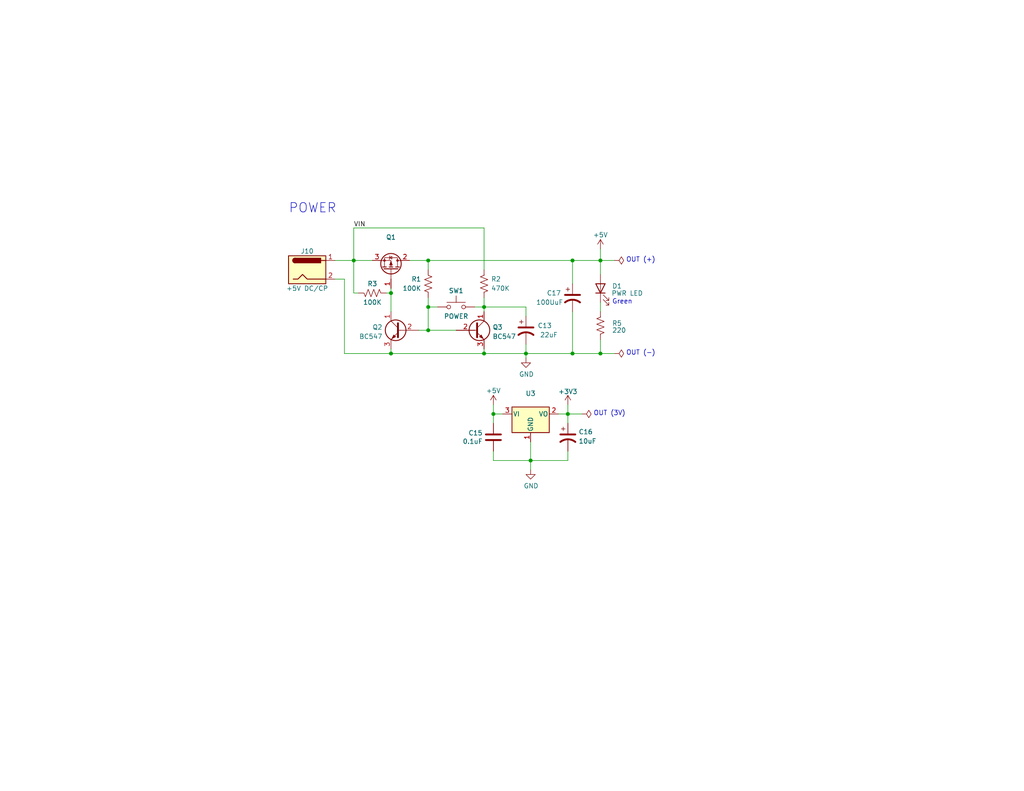
<source format=kicad_sch>
(kicad_sch (version 20211123) (generator eeschema)
  (paper "USLetter")
  (title_block (date "2022-10-07") (company "Frederic Segard - aka: The Micro Hobbyist"))
  (lib_symbols
    (symbol "0_Z80_Library:LM1117-3.3" (pin_names (offset 0.254))
      (property "Reference" "U1" (at 0 5.6048 0))
      (property "Value" "LM1117-3.3" (at 0 3.0679 0))
      (symbol "LM1117-3.3_0_1"
        (rectangle (start -5.08 -5.08) (end 5.08 1.905) (stroke (width 0.254)) (fill (type background)))
      )
      (symbol "LM1117-3.3_1_1"
        (pin power_in line (at 0 -7.62 90) (length 2.54) (name "GND") (number "1"))
        (pin passive line (at 7.62 0 180) (length 2.54) (name "VO") (number "2"))
        (pin power_in line (at -7.62 0 0) (length 2.54) (name "VI") (number "3"))
      )
    )
    (symbol "Connector:Barrel_Jack" (pin_names (offset 1.016))
      (property "Reference" "J" (at 0 5.334 0))
      (property "Value" "Barrel_Jack" (at 0 -5.08 0))
      (symbol "Barrel_Jack_0_1"
        (rectangle (start -5.08 3.81) (end 5.08 -3.81) (stroke (width 0.254)) (fill (type background)))
        (arc (start -3.302 3.175) (mid -3.937 2.54) (end -3.302 1.905) (stroke (width 0.254)))
        (arc (start -3.302 3.175) (mid -3.937 2.54) (end -3.302 1.905) (stroke (width 0.254)) (fill (type outline)))
        (polyline (pts (xy 5.08 2.54) (xy 3.81 2.54)) (stroke (width 0.254)))
        (polyline (pts (xy -3.81 -2.54) (xy -2.54 -2.54) (xy -1.27 -1.27) (xy 0 -2.54) (xy 2.54 -2.54) (xy 5.08 -2.54)) (stroke (width 0.254)))
        (rectangle (start 3.683 3.175) (end -3.302 1.905) (stroke (width 0.254)) (fill (type outline)))
      )
      (symbol "Barrel_Jack_1_1"
        (pin passive line (at 7.62 2.54 180) (length 2.54) (name "~") (number "1"))
        (pin passive line (at 7.62 -2.54 180) (length 2.54) (name "~") (number "2"))
      )
    )
    (symbol "Device:C" (pin_numbers hide) (pin_names (offset 0.254))
      (property "Reference" "C" (at 0.635 2.54 0))
      (property "Value" "C" (at 0.635 -2.54 0))
      (symbol "C_0_1"
        (polyline (pts (xy -2.032 -0.762) (xy 2.032 -0.762)) (stroke (width 0.508)))
        (polyline (pts (xy -2.032 0.762) (xy 2.032 0.762)) (stroke (width 0.508)))
      )
      (symbol "C_1_1"
        (pin passive line (at 0 3.81 270) (length 2.794) (name "~") (number "1"))
        (pin passive line (at 0 -3.81 90) (length 2.794) (name "~") (number "2"))
      )
    )
    (symbol "Device:C_Polarized_US" (pin_numbers hide) (pin_names (offset 0.254) hide)
      (property "Reference" "C" (at 0.635 2.54 0))
      (property "Value" "C_Polarized_US" (at 0.635 -2.54 0))
      (symbol "C_Polarized_US_0_1"
        (polyline (pts (xy -2.032 0.762) (xy 2.032 0.762)) (stroke (width 0.508)))
        (polyline (pts (xy -1.778 2.286) (xy -0.762 2.286)))
        (polyline (pts (xy -1.27 1.778) (xy -1.27 2.794)))
        (arc (start 2.032 -1.27) (mid 0 -0.5572) (end -2.032 -1.27) (stroke (width 0.508)))
      )
      (symbol "C_Polarized_US_1_1"
        (pin passive line (at 0 3.81 270) (length 2.794) (name "~") (number "1"))
        (pin passive line (at 0 -3.81 90) (length 3.302) (name "~") (number "2"))
      )
    )
    (symbol "Device:LED" (pin_numbers hide) (pin_names (offset 1.016) hide)
      (property "Reference" "D" (at 0 2.54 0))
      (property "Value" "LED" (at 0 -2.54 0))
      (symbol "LED_0_1"
        (polyline (pts (xy -1.27 -1.27) (xy -1.27 1.27)) (stroke (width 0.254)))
        (polyline (pts (xy -1.27 0) (xy 1.27 0)))
        (polyline (pts (xy 1.27 -1.27) (xy 1.27 1.27) (xy -1.27 0) (xy 1.27 -1.27)) (stroke (width 0.254)))
        (polyline (pts (xy -3.048 -0.762) (xy -4.572 -2.286) (xy -3.81 -2.286) (xy -4.572 -2.286) (xy -4.572 -1.524)))
        (polyline (pts (xy -1.778 -0.762) (xy -3.302 -2.286) (xy -2.54 -2.286) (xy -3.302 -2.286) (xy -3.302 -1.524)))
      )
      (symbol "LED_1_1"
        (pin passive line (at -3.81 0 0) (length 2.54) (name "K") (number "1"))
        (pin passive line (at 3.81 0 180) (length 2.54) (name "A") (number "2"))
      )
    )
    (symbol "Device:R_US" (pin_numbers hide) (pin_names (offset 0))
      (property "Reference" "R" (at 2.54 0 90))
      (property "Value" "R_US" (at -2.54 0 90))
      (symbol "R_US_0_1"
        (polyline (pts (xy 0 -2.286) (xy 0 -2.54)))
        (polyline (pts (xy 0 2.286) (xy 0 2.54)))
        (polyline (pts (xy 0 -0.762) (xy 1.016 -1.143) (xy 0 -1.524) (xy -1.016 -1.905) (xy 0 -2.286)))
        (polyline (pts (xy 0 0.762) (xy 1.016 0.381) (xy 0 0) (xy -1.016 -0.381) (xy 0 -0.762)))
        (polyline (pts (xy 0 2.286) (xy 1.016 1.905) (xy 0 1.524) (xy -1.016 1.143) (xy 0 0.762)))
      )
      (symbol "R_US_1_1"
        (pin passive line (at 0 3.81 270) (length 1.27) (name "~") (number "1"))
        (pin passive line (at 0 -3.81 90) (length 1.27) (name "~") (number "2"))
      )
    )
    (symbol "Switch:SW_Push" (pin_numbers hide) (pin_names (offset 1.016) hide)
      (property "Reference" "SW" (at 1.27 2.54 0))
      (property "Value" "SW_Push" (at 0 -1.524 0))
      (symbol "SW_Push_0_1"
        (circle (center -2.032 0) (radius 0.508))
        (polyline (pts (xy 0 1.27) (xy 0 3.048)))
        (polyline (pts (xy 2.54 1.27) (xy -2.54 1.27)))
        (circle (center 2.032 0) (radius 0.508))
        (pin passive line (at -5.08 0 0) (length 2.54) (name "1") (number "1"))
        (pin passive line (at 5.08 0 180) (length 2.54) (name "2") (number "2"))
      )
    )
    (symbol "Transistor_BJT:BC547" (pin_names (offset 0) hide)
      (property "Reference" "Q" (at 5.08 1.905 0))
      (property "Value" "BC547" (at 5.08 0 0))
      (symbol "BC547_0_1"
        (polyline (pts (xy 0 0) (xy 0.635 0)))
        (polyline (pts (xy 0.635 0.635) (xy 2.54 2.54)))
        (polyline (pts (xy 0.635 -0.635) (xy 2.54 -2.54) (xy 2.54 -2.54)))
        (polyline (pts (xy 0.635 1.905) (xy 0.635 -1.905) (xy 0.635 -1.905)) (stroke (width 0.508)))
        (polyline (pts (xy 1.27 -1.778) (xy 1.778 -1.27) (xy 2.286 -2.286) (xy 1.27 -1.778) (xy 1.27 -1.778)) (fill (type outline)))
        (circle (center 1.27 0) (radius 2.8194) (stroke (width 0.254)))
      )
      (symbol "BC547_1_1"
        (pin passive line (at 2.54 5.08 270) (length 2.54) (name "C") (number "1"))
        (pin input line (at -5.08 0 0) (length 5.08) (name "B") (number "2"))
        (pin passive line (at 2.54 -5.08 90) (length 2.54) (name "E") (number "3"))
      )
    )
    (symbol "Transistor_FET:IRF9540N" (pin_names hide)
      (property "Reference" "Q" (at 5.08 1.905 0))
      (property "Value" "IRF9540N" (at 5.08 0 0))
      (symbol "IRF9540N_0_1"
        (polyline (pts (xy 0.254 0) (xy -2.54 0)))
        (polyline (pts (xy 0.254 1.905) (xy 0.254 -1.905)) (stroke (width 0.254)))
        (polyline (pts (xy 0.762 -1.27) (xy 0.762 -2.286)) (stroke (width 0.254)))
        (polyline (pts (xy 0.762 0.508) (xy 0.762 -0.508)) (stroke (width 0.254)))
        (polyline (pts (xy 0.762 2.286) (xy 0.762 1.27)) (stroke (width 0.254)))
        (polyline (pts (xy 2.54 2.54) (xy 2.54 1.778)))
        (polyline (pts (xy 2.54 -2.54) (xy 2.54 0) (xy 0.762 0)))
        (polyline (pts (xy 0.762 1.778) (xy 3.302 1.778) (xy 3.302 -1.778) (xy 0.762 -1.778)))
        (polyline (pts (xy 2.286 0) (xy 1.27 0.381) (xy 1.27 -0.381) (xy 2.286 0)) (fill (type outline)))
        (polyline (pts (xy 2.794 -0.508) (xy 2.921 -0.381) (xy 3.683 -0.381) (xy 3.81 -0.254)))
        (polyline (pts (xy 3.302 -0.381) (xy 2.921 0.254) (xy 3.683 0.254) (xy 3.302 -0.381)))
        (circle (center 1.651 0) (radius 2.794) (stroke (width 0.254)))
        (circle (center 2.54 -1.778) (radius 0.254) (fill (type outline)))
        (circle (center 2.54 1.778) (radius 0.254) (fill (type outline)))
      )
      (symbol "IRF9540N_1_1"
        (pin input line (at -5.08 0 0) (length 2.54) (name "G") (number "1"))
        (pin passive line (at 2.54 5.08 270) (length 2.54) (name "D") (number "2"))
        (pin passive line (at 2.54 -5.08 90) (length 2.54) (name "S") (number "3"))
      )
    )
    (symbol "power:+3V3" (power) (pin_names (offset 0))
      (property "Value" "+3V3" (at 0 3.556 0))
      (symbol "+3V3_0_1"
        (polyline (pts (xy -0.762 1.27) (xy 0 2.54)))
        (polyline (pts (xy 0 0) (xy 0 2.54)))
        (polyline (pts (xy 0 2.54) (xy 0.762 1.27)))
      )
      (symbol "+3V3_1_1"
        (pin power_in line (at 0 0 90) (length 0) hide (name "+3V3") (number "1"))
      )
    )
    (symbol "power:+5V" (power) (pin_names (offset 0))
      (property "Value" "+5V" (at 0 3.556 0))
      (symbol "+5V_0_1"
        (polyline (pts (xy -0.762 1.27) (xy 0 2.54)))
        (polyline (pts (xy 0 0) (xy 0 2.54)))
        (polyline (pts (xy 0 2.54) (xy 0.762 1.27)))
      )
      (symbol "+5V_1_1"
        (pin power_in line (at 0 0 90) (length 0) hide (name "+5V") (number "1"))
      )
    )
    (symbol "power:GND" (power) (pin_names (offset 0))
      (property "Value" "GND" (at 0 -3.81 0))
      (symbol "GND_0_1"
        (polyline (pts (xy 0 0) (xy 0 -1.27) (xy 1.27 -1.27) (xy 0 -2.54) (xy -1.27 -1.27) (xy 0 -1.27)))
      )
      (symbol "GND_1_1"
        (pin power_in line (at 0 0 270) (length 0) hide (name "GND") (number "1"))
      )
    )
    (symbol "power:PWR_FLAG" (power) (pin_numbers hide) (pin_names (offset 0) hide)
      (property "Value" "PWR_FLAG" (at 0 3.81 0))
      (symbol "PWR_FLAG_0_0"
        (pin power_out line (at 0 0 90) (length 0) (name "pwr") (number "1"))
      )
      (symbol "PWR_FLAG_0_1"
        (polyline (pts (xy 0 0) (xy 0 1.27) (xy -1.016 1.905) (xy 0 2.54) (xy 1.016 1.905) (xy 0 1.27)))
      )
    )
  )
  (junction (at 143.51 96.52))
  (junction (at 154.94 113.03))
  (junction (at 116.84 83.82))
  (junction (at 163.83 71.12))
  (junction (at 132.08 96.52))
  (junction (at 132.08 83.82))
  (junction (at 106.68 96.52))
  (junction (at 116.84 90.17))
  (junction (at 156.21 96.52))
  (junction (at 134.62 113.03))
  (junction (at 106.68 80.01))
  (junction (at 116.84 71.12))
  (junction (at 96.52 71.12))
  (junction (at 156.21 71.12))
  (junction (at 163.83 96.52))
  (junction (at 144.78 125.73))
  (wire (pts (xy 144.78 125.73) (xy 134.62 125.73)))
  (wire (pts (xy 156.21 71.12) (xy 156.21 77.47)))
  (wire (pts (xy 106.68 80.01) (xy 106.68 85.09)))
  (wire (pts (xy 132.08 62.23) (xy 96.52 62.23)))
  (wire (pts (xy 116.84 90.17) (xy 124.46 90.17)))
  (wire (pts (xy 134.62 125.73) (xy 134.62 123.19)))
  (wire (pts (xy 116.84 71.12) (xy 156.21 71.12)))
  (wire (pts (xy 93.98 76.2) (xy 93.98 96.52)))
  (wire (pts (xy 154.94 125.73) (xy 144.78 125.73)))
  (wire (pts (xy 129.54 83.82) (xy 132.08 83.82)))
  (wire (pts (xy 163.83 92.71) (xy 163.83 96.52)))
  (wire (pts (xy 143.51 83.82) (xy 143.51 86.36)))
  (wire (pts (xy 132.08 95.25) (xy 132.08 96.52)))
  (wire (pts (xy 154.94 113.03) (xy 154.94 115.57)))
  (wire (pts (xy 163.83 71.12) (xy 163.83 74.93)))
  (wire (pts (xy 154.94 110.49) (xy 154.94 113.03)))
  (wire (pts (xy 152.4 113.03) (xy 154.94 113.03)))
  (wire (pts (xy 144.78 125.73) (xy 144.78 128.27)))
  (wire (pts (xy 96.52 80.01) (xy 96.52 71.12)))
  (wire (pts (xy 144.78 120.65) (xy 144.78 125.73)))
  (wire (pts (xy 106.68 96.52) (xy 132.08 96.52)))
  (wire (pts (xy 154.94 123.19) (xy 154.94 125.73)))
  (wire (pts (xy 134.62 113.03) (xy 134.62 115.57)))
  (wire (pts (xy 143.51 96.52) (xy 156.21 96.52)))
  (wire (pts (xy 132.08 96.52) (xy 143.51 96.52)))
  (wire (pts (xy 132.08 83.82) (xy 132.08 85.09)))
  (wire (pts (xy 97.79 80.01) (xy 96.52 80.01)))
  (wire (pts (xy 91.44 71.12) (xy 96.52 71.12)))
  (wire (pts (xy 114.3 90.17) (xy 116.84 90.17)))
  (wire (pts (xy 119.38 83.82) (xy 116.84 83.82)))
  (wire (pts (xy 143.51 96.52) (xy 143.51 97.79)))
  (wire (pts (xy 156.21 85.09) (xy 156.21 96.52)))
  (wire (pts (xy 116.84 81.28) (xy 116.84 83.82)))
  (wire (pts (xy 156.21 96.52) (xy 163.83 96.52)))
  (wire (pts (xy 91.44 76.2) (xy 93.98 76.2)))
  (wire (pts (xy 106.68 95.25) (xy 106.68 96.52)))
  (wire (pts (xy 132.08 62.23) (xy 132.08 73.66)))
  (wire (pts (xy 163.83 82.55) (xy 163.83 85.09)))
  (wire (pts (xy 93.98 96.52) (xy 106.68 96.52)))
  (wire (pts (xy 143.51 83.82) (xy 132.08 83.82)))
  (wire (pts (xy 163.83 67.945) (xy 163.83 71.12)))
  (wire (pts (xy 106.68 78.74) (xy 106.68 80.01)))
  (wire (pts (xy 116.84 83.82) (xy 116.84 90.17)))
  (wire (pts (xy 156.21 71.12) (xy 163.83 71.12)))
  (wire (pts (xy 167.64 71.12) (xy 163.83 71.12)))
  (wire (pts (xy 111.76 71.12) (xy 116.84 71.12)))
  (wire (pts (xy 96.52 62.23) (xy 96.52 71.12)))
  (wire (pts (xy 143.51 93.98) (xy 143.51 96.52)))
  (wire (pts (xy 105.41 80.01) (xy 106.68 80.01)))
  (wire (pts (xy 154.94 113.03) (xy 158.75 113.03)))
  (wire (pts (xy 134.62 110.49) (xy 134.62 113.03)))
  (wire (pts (xy 116.84 71.12) (xy 116.84 73.66)))
  (wire (pts (xy 132.08 81.28) (xy 132.08 83.82)))
  (wire (pts (xy 167.64 96.52) (xy 163.83 96.52)))
  (wire (pts (xy 137.16 113.03) (xy 134.62 113.03)))
  (wire (pts (xy 96.52 71.12) (xy 101.6 71.12)))
  (text "POWER" (at 78.74 58.42 0) (effects (font (size 2.54 2.54)) (justify left bottom)))
  (text "OUT (-)" (at 170.815 97.155 0) (effects (font (size 1.27 1.27)) (justify left bottom)))
  (text "Green" (at 167.005 83.185 0) (effects (font (size 1.27 1.27)) (justify left bottom)))
  (text "OUT (3V)" (at 161.925 113.665 0) (effects (font (size 1.27 1.27)) (justify left bottom)))
  (text "OUT (+)" (at 170.815 71.755 0) (effects (font (size 1.27 1.27)) (justify left bottom)))
  (label "VIN" (at 96.52 62.23 0))
  (symbol (lib_id "Device:LED") (at 163.83 78.74 90) (unit 1)
    (property "Reference" "D1" (at 167.005 78.105 90) (effects (justify right)))
    (property "Value" "PWR LED" (at 166.8272 80.0608 90) (effects (justify right)))
    (property "Footprint" "LED_THT:LED_D3.0mm" (effects hide))
  )
  (symbol (lib_id "Device:R_US") (at 132.08 77.47 0) (mirror x) (unit 1)
    (property "Reference" "R2" (at 133.985 76.2 0) (effects (justify left)))
    (property "Value" "470K" (at 133.985 78.74 0) (effects (justify left)))
    (property "Footprint" "Resistor_THT:R_Axial_DIN0207_L6.3mm_D2.5mm_P10.16mm_Horizontal" (effects hide))
  )
  (symbol (lib_id "0_Z80_Library:LM1117-3.3") (at 144.78 113.03 0) (unit 1)
    (property "Reference" "U3" (at 144.78 107.4252 0))
    (property "Datasheet" "http://www.ti.com/lit/ds/symlink/lm1117.pdf" (effects hide))
  )
  (symbol (lib_id "Device:C_Polarized_US") (at 143.51 90.17 0) (unit 1)
    (property "Reference" "C13" (at 146.685 88.9 0) (effects (justify left)))
    (property "Value" "22uF" (at 147.32 91.44 0) (effects (justify left)))
    (property "Footprint" "Capacitor_THT:CP_Radial_D6.3mm_P2.50mm" (effects hide))
  )
  (symbol (lib_id "Switch:SW_Push") (at 124.46 83.82 0) (mirror y) (unit 1)
    (property "Reference" "SW1" (at 124.46 79.375 0))
    (property "Value" "POWER" (at 124.46 86.36 0))
    (property "Footprint" "Button_Switch_THT:SW_PUSH_6mm" (effects hide))
  )
  (symbol (lib_id "Device:R_US") (at 163.83 88.9 0) (mirror x) (unit 1)
    (property "Reference" "R5" (at 167.005 88.265 0) (effects (justify left)))
    (property "Value" "220" (at 167.005 90.17 0) (effects (justify left)))
    (property "Footprint" "Resistor_THT:R_Axial_DIN0207_L6.3mm_D2.5mm_P10.16mm_Horizontal" (effects hide))
  )
  (symbol (lib_id "Device:R_US") (at 101.6 80.01 270) (mirror x) (unit 1)
    (property "Reference" "R3" (at 101.6 77.47 90))
    (property "Value" "100K" (at 101.6 82.55 90))
    (property "Footprint" "Resistor_THT:R_Axial_DIN0207_L6.3mm_D2.5mm_P10.16mm_Horizontal" (effects hide))
  )
  (symbol (lib_id "power:PWR_FLAG") (at 167.64 71.12 270) (unit 1)
    (property "Reference" "#FLG01" (effects hide))
    (property "Value" "PWR_FLAG" (effects hide))
  )
  (symbol (lib_id "Transistor_FET:IRF9540N") (at 106.68 73.66 270) (mirror x) (unit 1)
    (property "Reference" "Q1" (at 106.68 64.77 90))
    (property "Datasheet" "http://www.irf.com/product-info/datasheets/data/irf9540n.pdf" (effects hide))
  )
  (symbol (lib_id "Device:R_US") (at 116.84 77.47 180) (unit 1)
    (property "Reference" "R1" (at 114.935 76.2 0) (effects (justify left)))
    (property "Value" "100K" (at 114.935 78.74 0) (effects (justify left)))
    (property "Footprint" "Resistor_THT:R_Axial_DIN0207_L6.3mm_D2.5mm_P10.16mm_Horizontal" (effects hide))
  )
  (symbol (lib_id "Transistor_BJT:BC547") (at 129.54 90.17 0) (unit 1)
    (property "Reference" "Q3" (at 134.3914 89.3353 0) (effects (justify left)))
    (property "Value" "BC547" (at 134.3914 91.8722 0) (effects (justify left)))
    (property "Footprint" "Package_TO_SOT_THT:TO-92_Inline" (effects hide))
    (property "Datasheet" "https://www.onsemi.com/pub/Collateral/BC550-D.pdf" (effects hide))
  )
  (symbol (lib_id "power:PWR_FLAG") (at 158.75 113.03 270) (unit 1)
    (property "Reference" "#FLG03" (effects hide))
  )
  (symbol (lib_id "Device:C_Polarized_US") (at 154.94 119.38 0) (unit 1)
    (property "Reference" "C16" (at 157.861 117.9103 0) (effects (justify left)))
    (property "Value" "10uF" (at 157.861 120.4472 0) (effects (justify left)))
  )
  (symbol (lib_id "power:GND") (at 143.51 97.79 0) (unit 1)
    (property "Reference" "#PWR08" (effects hide))
    (property "Value" "~" (at 143.637 102.1842 0))
  )
  (symbol (lib_id "power:+5V") (at 163.83 67.945 0) (unit 1)
    (property "Reference" "#PWR05" (effects hide))
    (property "Value" "+5V" (at 163.83 64.135 0))
  )
  (symbol (lib_id "Device:C_Polarized_US") (at 156.21 81.28 0) (unit 1)
    (property "Reference" "C17" (at 151.13 80.01 0))
    (property "Value" "100UuF" (at 153.67 82.55 0) (effects (justify right)))
    (property "Footprint" "Capacitor_THT:CP_Radial_D8.0mm_P3.80mm" (effects hide))
  )
  (symbol (lib_id "Connector:Barrel_Jack") (at 83.82 73.66 0) (unit 1)
    (property "Reference" "J10" (at 83.82 68.58 0))
    (property "Value" "+5V DC/CP" (at 83.82 78.74 0))
    (property "Footprint" "Connector_BarrelJack:BarrelJack_Horizontal" (effects hide))
  )
  (symbol (lib_id "power:+5V") (at 134.62 110.49 0) (unit 1)
    (property "Reference" "#PWR09" (effects hide))
  )
  (symbol (lib_id "power:PWR_FLAG") (at 167.64 96.52 270) (unit 1)
    (property "Reference" "#FLG02" (effects hide))
    (property "Value" "PWR_FLAG" (effects hide))
  )
  (symbol (lib_id "Transistor_BJT:BC547") (at 109.22 90.17 0) (mirror y) (unit 1)
    (property "Reference" "Q2" (at 104.3686 89.3353 0) (effects (justify left)))
    (property "Value" "BC547" (at 104.3686 91.8722 0) (effects (justify left)))
    (property "Footprint" "Package_TO_SOT_THT:TO-92_Inline" (effects hide))
    (property "Datasheet" "https://www.onsemi.com/pub/Collateral/BC550-D.pdf" (effects hide))
  )
  (symbol (lib_id "power:+3V3") (at 154.94 110.49 0) (unit 1)
    (property "Reference" "#PWR010" (effects hide))
  )
  (symbol (lib_id "power:GND") (at 144.78 128.27 0) (unit 1)
    (property "Reference" "#PWR013" (effects hide))
  )
  (symbol (lib_id "Device:C") (at 134.62 119.38 0) (mirror y) (unit 1)
    (property "Reference" "C15" (at 131.699 118.2116 0) (effects (justify left)))
    (property "Value" "0.1uF" (at 131.699 120.523 0) (effects (justify left)))
  )
)
</source>
